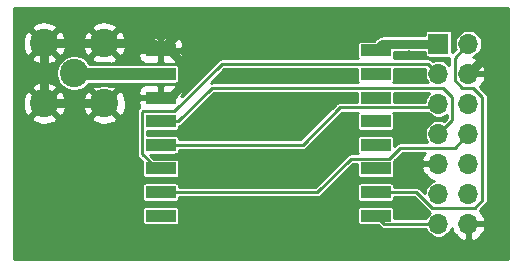
<source format=gbr>
%TF.GenerationSoftware,KiCad,Pcbnew,(5.1.9-0-10_14)*%
%TF.CreationDate,2021-04-20T21:20:53+01:00*%
%TF.ProjectId,pi-hat,70692d68-6174-42e6-9b69-6361645f7063,rev?*%
%TF.SameCoordinates,Original*%
%TF.FileFunction,Copper,L1,Top*%
%TF.FilePolarity,Positive*%
%FSLAX46Y46*%
G04 Gerber Fmt 4.6, Leading zero omitted, Abs format (unit mm)*
G04 Created by KiCad (PCBNEW (5.1.9-0-10_14)) date 2021-04-20 21:20:53*
%MOMM*%
%LPD*%
G01*
G04 APERTURE LIST*
%TA.AperFunction,SMDPad,CuDef*%
%ADD10R,2.500000X1.000000*%
%TD*%
%TA.AperFunction,ComponentPad*%
%ADD11O,1.700000X1.700000*%
%TD*%
%TA.AperFunction,ComponentPad*%
%ADD12R,1.700000X1.700000*%
%TD*%
%TA.AperFunction,ComponentPad*%
%ADD13C,2.400000*%
%TD*%
%TA.AperFunction,ViaPad*%
%ADD14C,0.800000*%
%TD*%
%TA.AperFunction,Conductor*%
%ADD15C,1.000000*%
%TD*%
%TA.AperFunction,Conductor*%
%ADD16C,1.050000*%
%TD*%
%TA.AperFunction,Conductor*%
%ADD17C,0.250000*%
%TD*%
%TA.AperFunction,Conductor*%
%ADD18C,0.750000*%
%TD*%
%TA.AperFunction,Conductor*%
%ADD19C,0.254000*%
%TD*%
%TA.AperFunction,Conductor*%
%ADD20C,0.100000*%
%TD*%
%TA.AperFunction,NonConductor*%
%ADD21C,0.254000*%
%TD*%
%TA.AperFunction,NonConductor*%
%ADD22C,0.100000*%
%TD*%
G04 APERTURE END LIST*
D10*
%TO.P,U1,1*%
%TO.N,Net-(J2-Pad7)*%
X43676200Y-31577800D03*
%TO.P,U1,2*%
%TO.N,Net-(J2-Pad14)*%
X43676200Y-29577800D03*
%TO.P,U1,3*%
%TO.N,Net-(U1-Pad3)*%
X43676200Y-27577800D03*
%TO.P,U1,4*%
%TO.N,Net-(U1-Pad4)*%
X43676200Y-25577800D03*
%TO.P,U1,5*%
%TO.N,Net-(U1-Pad5)*%
X43676200Y-23577800D03*
%TO.P,U1,6*%
%TO.N,Net-(U1-Pad6)*%
X43676200Y-21577800D03*
%TO.P,U1,7*%
%TO.N,Net-(U1-Pad7)*%
X43676200Y-19577800D03*
%TO.P,U1,8*%
%TO.N,Net-(J2-Pad1)*%
X43676200Y-17577800D03*
%TO.P,U1,9*%
%TO.N,GND*%
X25476200Y-17577800D03*
%TO.P,U1,10*%
%TO.N,Net-(J1-Pad1)*%
X25476200Y-19577800D03*
%TO.P,U1,11*%
%TO.N,GND*%
X25476200Y-21577800D03*
%TO.P,U1,12*%
%TO.N,Net-(J2-Pad4)*%
X25476200Y-23577800D03*
%TO.P,U1,13*%
%TO.N,Net-(J2-Pad3)*%
X25476200Y-25577800D03*
%TO.P,U1,14*%
%TO.N,Net-(J2-Pad2)*%
X25476200Y-27577800D03*
%TO.P,U1,15*%
%TO.N,Net-(J2-Pad11)*%
X25476200Y-29577800D03*
%TO.P,U1,16*%
%TO.N,Net-(U1-Pad16)*%
X25476200Y-31577800D03*
%TD*%
D11*
%TO.P,Pi 17-30,8*%
%TO.N,GND*%
X51536600Y-32258000D03*
%TO.P,Pi 17-30,7*%
%TO.N,Net-(J2-Pad7)*%
X48996600Y-32258000D03*
%TO.P,Pi 17-30,9*%
%TO.N,Net-(J2-Pad9)*%
X51536600Y-29718000D03*
%TO.P,Pi 17-30,6*%
%TO.N,Net-(J2-Pad6)*%
X48996600Y-29718000D03*
%TO.P,Pi 17-30,10*%
%TO.N,Net-(J2-Pad10)*%
X51536600Y-27178000D03*
%TO.P,Pi 17-30,5*%
%TO.N,GND*%
X48996600Y-27178000D03*
%TO.P,Pi 17-30,11*%
%TO.N,Net-(J2-Pad11)*%
X51536600Y-24638000D03*
%TO.P,Pi 17-30,4*%
%TO.N,Net-(J2-Pad4)*%
X48996600Y-24638000D03*
%TO.P,Pi 17-30,12*%
%TO.N,Net-(J2-Pad12)*%
X51536600Y-22098000D03*
%TO.P,Pi 17-30,3*%
%TO.N,Net-(J2-Pad3)*%
X48996600Y-22098000D03*
%TO.P,Pi 17-30,13*%
%TO.N,GND*%
X51536600Y-19558000D03*
%TO.P,Pi 17-30,2*%
%TO.N,Net-(J2-Pad2)*%
X48996600Y-19558000D03*
%TO.P,Pi 17-30,14*%
%TO.N,Net-(J2-Pad14)*%
X51536600Y-17018000D03*
D12*
%TO.P,Pi 17-30,1*%
%TO.N,Net-(J2-Pad1)*%
X48996600Y-17018000D03*
%TD*%
D13*
%TO.P,SMA,5*%
%TO.N,GND*%
X20701000Y-22047200D03*
%TO.P,SMA,4*%
X15621000Y-22047200D03*
%TO.P,SMA,3*%
X20701000Y-16967200D03*
%TO.P,SMA,2*%
X15621000Y-16967200D03*
%TO.P,SMA,1*%
%TO.N,Net-(J1-Pad1)*%
X18161000Y-19507200D03*
%TD*%
D14*
%TO.N,GND*%
X31318200Y-27305000D03*
X39100000Y-21851000D03*
X40030400Y-27228800D03*
X40030400Y-17475200D03*
X31292800Y-21666200D03*
X35052000Y-17424400D03*
X15621000Y-19304000D03*
X18161000Y-15265400D03*
X15621000Y-26187400D03*
X20904200Y-26009600D03*
X15671800Y-30530800D03*
X20980400Y-30632400D03*
X37850000Y-19751000D03*
X32639000Y-32893000D03*
X46482000Y-24079200D03*
X46583600Y-19634200D03*
X46456600Y-30937200D03*
X22860000Y-18262600D03*
X22809200Y-20904200D03*
X46550000Y-21601000D03*
X46500000Y-18001000D03*
X46550000Y-27751000D03*
X40300000Y-32851000D03*
X28300000Y-19501000D03*
%TD*%
D15*
%TO.N,Net-(J1-Pad1)*%
X18231600Y-19577800D02*
X18161000Y-19507200D01*
D16*
X25476200Y-19577800D02*
X18231600Y-19577800D01*
D17*
%TO.N,Net-(J2-Pad14)*%
X50361599Y-20122001D02*
X50361599Y-18193001D01*
X50972599Y-20733001D02*
X50361599Y-20122001D01*
X51910603Y-20733001D02*
X50972599Y-20733001D01*
X52711601Y-30282001D02*
X52711601Y-21533999D01*
X48432599Y-30893001D02*
X52100601Y-30893001D01*
X50361599Y-18193001D02*
X51536600Y-17018000D01*
X52100601Y-30893001D02*
X52711601Y-30282001D01*
X47117398Y-29577800D02*
X48432599Y-30893001D01*
X52711601Y-21533999D02*
X51910603Y-20733001D01*
X43676200Y-29577800D02*
X47117398Y-29577800D01*
%TO.N,Net-(J2-Pad11)*%
X38754402Y-29577800D02*
X25476200Y-29577800D01*
X44836203Y-26752799D02*
X41579403Y-26752799D01*
X41579403Y-26752799D02*
X38754402Y-29577800D01*
X45776001Y-25813001D02*
X44836203Y-26752799D01*
X50361599Y-25813001D02*
X45776001Y-25813001D01*
X51536600Y-24638000D02*
X50361599Y-25813001D01*
%TO.N,Net-(J2-Pad7)*%
X44356400Y-32258000D02*
X43676200Y-31577800D01*
X48996600Y-32258000D02*
X44356400Y-32258000D01*
%TO.N,Net-(J2-Pad4)*%
X26976200Y-23577800D02*
X25476200Y-23577800D01*
X29801201Y-20752799D02*
X26976200Y-23577800D01*
X50171601Y-21533999D02*
X49390401Y-20752799D01*
X49390401Y-20752799D02*
X29801201Y-20752799D01*
X50171601Y-23462999D02*
X50171601Y-21533999D01*
X48996600Y-24638000D02*
X50171601Y-23462999D01*
%TO.N,Net-(J2-Pad3)*%
X40671601Y-22402801D02*
X37496602Y-25577800D01*
X37496602Y-25577800D02*
X25476200Y-25577800D01*
X48691799Y-22402801D02*
X40671601Y-22402801D01*
X48996600Y-22098000D02*
X48691799Y-22402801D01*
%TO.N,Net-(J2-Pad2)*%
X23966199Y-22752799D02*
X23901199Y-22817799D01*
X26636203Y-22752799D02*
X23966199Y-22752799D01*
X30681001Y-18708001D02*
X26636203Y-22752799D01*
X25141198Y-27577800D02*
X25476200Y-27577800D01*
X23901199Y-26337801D02*
X25141198Y-27577800D01*
X48146601Y-18708001D02*
X30681001Y-18708001D01*
X23901199Y-22817799D02*
X23901199Y-26337801D01*
X48996600Y-19558000D02*
X48146601Y-18708001D01*
D18*
%TO.N,Net-(J2-Pad1)*%
X44236000Y-17018000D02*
X43676200Y-17577800D01*
X48996600Y-17018000D02*
X44236000Y-17018000D01*
%TO.N,GND*%
X24865600Y-16967200D02*
X25476200Y-17577800D01*
X20701000Y-16967200D02*
X24865600Y-16967200D01*
X20701000Y-16967200D02*
X15621000Y-16967200D01*
X15621000Y-16967200D02*
X15621000Y-19304000D01*
X15621000Y-22047200D02*
X20701000Y-22047200D01*
X20701000Y-22047200D02*
X20701000Y-22352000D01*
X27301201Y-20537801D02*
X27301201Y-18617799D01*
X26261202Y-17577800D02*
X25476200Y-17577800D01*
X27301201Y-18617799D02*
X26261202Y-17577800D01*
X26261202Y-21577800D02*
X27301201Y-20537801D01*
X25476200Y-21577800D02*
X26261202Y-21577800D01*
X15621000Y-19304000D02*
X15621000Y-22047200D01*
X27461001Y-15592999D02*
X25476200Y-17577800D01*
X52220601Y-15592999D02*
X27461001Y-15592999D01*
X52961601Y-16333999D02*
X52220601Y-15592999D01*
X52961601Y-18132999D02*
X52961601Y-16333999D01*
X51536600Y-19558000D02*
X52961601Y-18132999D01*
%TD*%
D19*
%TO.N,GND*%
X54842601Y-35259200D02*
X13051600Y-35259200D01*
X13051600Y-31077800D01*
X23897618Y-31077800D01*
X23897618Y-32077800D01*
X23903932Y-32141903D01*
X23922630Y-32203543D01*
X23952994Y-32260350D01*
X23993857Y-32310143D01*
X24043650Y-32351006D01*
X24100457Y-32381370D01*
X24162097Y-32400068D01*
X24226200Y-32406382D01*
X26726200Y-32406382D01*
X26790303Y-32400068D01*
X26851943Y-32381370D01*
X26908750Y-32351006D01*
X26958543Y-32310143D01*
X26999406Y-32260350D01*
X27029770Y-32203543D01*
X27048468Y-32141903D01*
X27054782Y-32077800D01*
X27054782Y-31077800D01*
X27048468Y-31013697D01*
X27029770Y-30952057D01*
X26999406Y-30895250D01*
X26958543Y-30845457D01*
X26908750Y-30804594D01*
X26851943Y-30774230D01*
X26790303Y-30755532D01*
X26726200Y-30749218D01*
X24226200Y-30749218D01*
X24162097Y-30755532D01*
X24100457Y-30774230D01*
X24043650Y-30804594D01*
X23993857Y-30845457D01*
X23952994Y-30895250D01*
X23922630Y-30952057D01*
X23903932Y-31013697D01*
X23897618Y-31077800D01*
X13051600Y-31077800D01*
X13051600Y-23325180D01*
X14522626Y-23325180D01*
X14642514Y-23610036D01*
X14966210Y-23770899D01*
X15315069Y-23865522D01*
X15675684Y-23890267D01*
X16034198Y-23844185D01*
X16376833Y-23729046D01*
X16599486Y-23610036D01*
X16719374Y-23325180D01*
X19602626Y-23325180D01*
X19722514Y-23610036D01*
X20046210Y-23770899D01*
X20395069Y-23865522D01*
X20755684Y-23890267D01*
X21114198Y-23844185D01*
X21456833Y-23729046D01*
X21679486Y-23610036D01*
X21799374Y-23325180D01*
X20701000Y-22226805D01*
X19602626Y-23325180D01*
X16719374Y-23325180D01*
X15621000Y-22226805D01*
X14522626Y-23325180D01*
X13051600Y-23325180D01*
X13051600Y-22101884D01*
X13777933Y-22101884D01*
X13824015Y-22460398D01*
X13939154Y-22803033D01*
X14058164Y-23025686D01*
X14343020Y-23145574D01*
X15441395Y-22047200D01*
X15800605Y-22047200D01*
X16898980Y-23145574D01*
X17183836Y-23025686D01*
X17344699Y-22701990D01*
X17439322Y-22353131D01*
X17456562Y-22101884D01*
X18857933Y-22101884D01*
X18904015Y-22460398D01*
X19019154Y-22803033D01*
X19138164Y-23025686D01*
X19423020Y-23145574D01*
X20521395Y-22047200D01*
X20880605Y-22047200D01*
X21978980Y-23145574D01*
X22263836Y-23025686D01*
X22367146Y-22817799D01*
X23447012Y-22817799D01*
X23449199Y-22840004D01*
X23449200Y-26315586D01*
X23447012Y-26337801D01*
X23455739Y-26426408D01*
X23481585Y-26511610D01*
X23481586Y-26511611D01*
X23523557Y-26590134D01*
X23580041Y-26658960D01*
X23597295Y-26673120D01*
X23911831Y-26987657D01*
X23903932Y-27013697D01*
X23897618Y-27077800D01*
X23897618Y-28077800D01*
X23903932Y-28141903D01*
X23922630Y-28203543D01*
X23952994Y-28260350D01*
X23993857Y-28310143D01*
X24043650Y-28351006D01*
X24100457Y-28381370D01*
X24162097Y-28400068D01*
X24226200Y-28406382D01*
X26726200Y-28406382D01*
X26790303Y-28400068D01*
X26851943Y-28381370D01*
X26908750Y-28351006D01*
X26958543Y-28310143D01*
X26999406Y-28260350D01*
X27029770Y-28203543D01*
X27048468Y-28141903D01*
X27054782Y-28077800D01*
X27054782Y-27077800D01*
X27048468Y-27013697D01*
X27029770Y-26952057D01*
X26999406Y-26895250D01*
X26958543Y-26845457D01*
X26908750Y-26804594D01*
X26851943Y-26774230D01*
X26790303Y-26755532D01*
X26726200Y-26749218D01*
X24951840Y-26749218D01*
X24609004Y-26406382D01*
X26726200Y-26406382D01*
X26790303Y-26400068D01*
X26851943Y-26381370D01*
X26908750Y-26351006D01*
X26958543Y-26310143D01*
X26999406Y-26260350D01*
X27029770Y-26203543D01*
X27048468Y-26141903D01*
X27054782Y-26077800D01*
X27054782Y-26029800D01*
X37474397Y-26029800D01*
X37496602Y-26031987D01*
X37518807Y-26029800D01*
X37585209Y-26023260D01*
X37670412Y-25997414D01*
X37748935Y-25955443D01*
X37817761Y-25898959D01*
X37831925Y-25881700D01*
X40858825Y-22854801D01*
X42186189Y-22854801D01*
X42152994Y-22895250D01*
X42122630Y-22952057D01*
X42103932Y-23013697D01*
X42097618Y-23077800D01*
X42097618Y-24077800D01*
X42103932Y-24141903D01*
X42122630Y-24203543D01*
X42152994Y-24260350D01*
X42193857Y-24310143D01*
X42243650Y-24351006D01*
X42300457Y-24381370D01*
X42362097Y-24400068D01*
X42426200Y-24406382D01*
X44926200Y-24406382D01*
X44990303Y-24400068D01*
X45051943Y-24381370D01*
X45108750Y-24351006D01*
X45158543Y-24310143D01*
X45199406Y-24260350D01*
X45229770Y-24203543D01*
X45248468Y-24141903D01*
X45254782Y-24077800D01*
X45254782Y-23077800D01*
X45248468Y-23013697D01*
X45229770Y-22952057D01*
X45199406Y-22895250D01*
X45166211Y-22854801D01*
X48088871Y-22854801D01*
X48246306Y-23012236D01*
X48439081Y-23141044D01*
X48653282Y-23229769D01*
X48880676Y-23275000D01*
X49112524Y-23275000D01*
X49339918Y-23229769D01*
X49554119Y-23141044D01*
X49719601Y-23030472D01*
X49719601Y-23275774D01*
X49445437Y-23549939D01*
X49339918Y-23506231D01*
X49112524Y-23461000D01*
X48880676Y-23461000D01*
X48653282Y-23506231D01*
X48439081Y-23594956D01*
X48246306Y-23723764D01*
X48082364Y-23887706D01*
X47953556Y-24080481D01*
X47864831Y-24294682D01*
X47819600Y-24522076D01*
X47819600Y-24753924D01*
X47864831Y-24981318D01*
X47953556Y-25195519D01*
X48064127Y-25361001D01*
X45798205Y-25361001D01*
X45776000Y-25358814D01*
X45687393Y-25367541D01*
X45618980Y-25388294D01*
X45602191Y-25393387D01*
X45523668Y-25435358D01*
X45454842Y-25491842D01*
X45440686Y-25509091D01*
X45254782Y-25694995D01*
X45254782Y-25077800D01*
X45248468Y-25013697D01*
X45229770Y-24952057D01*
X45199406Y-24895250D01*
X45158543Y-24845457D01*
X45108750Y-24804594D01*
X45051943Y-24774230D01*
X44990303Y-24755532D01*
X44926200Y-24749218D01*
X42426200Y-24749218D01*
X42362097Y-24755532D01*
X42300457Y-24774230D01*
X42243650Y-24804594D01*
X42193857Y-24845457D01*
X42152994Y-24895250D01*
X42122630Y-24952057D01*
X42103932Y-25013697D01*
X42097618Y-25077800D01*
X42097618Y-26077800D01*
X42103932Y-26141903D01*
X42122630Y-26203543D01*
X42152994Y-26260350D01*
X42186189Y-26300799D01*
X41601608Y-26300799D01*
X41579403Y-26298612D01*
X41490795Y-26307339D01*
X41481552Y-26310143D01*
X41405593Y-26333185D01*
X41327070Y-26375156D01*
X41258244Y-26431640D01*
X41244084Y-26448894D01*
X38567179Y-29125800D01*
X27054782Y-29125800D01*
X27054782Y-29077800D01*
X27048468Y-29013697D01*
X27029770Y-28952057D01*
X26999406Y-28895250D01*
X26958543Y-28845457D01*
X26908750Y-28804594D01*
X26851943Y-28774230D01*
X26790303Y-28755532D01*
X26726200Y-28749218D01*
X24226200Y-28749218D01*
X24162097Y-28755532D01*
X24100457Y-28774230D01*
X24043650Y-28804594D01*
X23993857Y-28845457D01*
X23952994Y-28895250D01*
X23922630Y-28952057D01*
X23903932Y-29013697D01*
X23897618Y-29077800D01*
X23897618Y-30077800D01*
X23903932Y-30141903D01*
X23922630Y-30203543D01*
X23952994Y-30260350D01*
X23993857Y-30310143D01*
X24043650Y-30351006D01*
X24100457Y-30381370D01*
X24162097Y-30400068D01*
X24226200Y-30406382D01*
X26726200Y-30406382D01*
X26790303Y-30400068D01*
X26851943Y-30381370D01*
X26908750Y-30351006D01*
X26958543Y-30310143D01*
X26999406Y-30260350D01*
X27029770Y-30203543D01*
X27048468Y-30141903D01*
X27054782Y-30077800D01*
X27054782Y-30029800D01*
X38732197Y-30029800D01*
X38754402Y-30031987D01*
X38776607Y-30029800D01*
X38843009Y-30023260D01*
X38928212Y-29997414D01*
X39006735Y-29955443D01*
X39075561Y-29898959D01*
X39089725Y-29881700D01*
X41766627Y-27204799D01*
X42097618Y-27204799D01*
X42097618Y-28077800D01*
X42103932Y-28141903D01*
X42122630Y-28203543D01*
X42152994Y-28260350D01*
X42193857Y-28310143D01*
X42243650Y-28351006D01*
X42300457Y-28381370D01*
X42362097Y-28400068D01*
X42426200Y-28406382D01*
X44926200Y-28406382D01*
X44990303Y-28400068D01*
X45051943Y-28381370D01*
X45108750Y-28351006D01*
X45158543Y-28310143D01*
X45199406Y-28260350D01*
X45229770Y-28203543D01*
X45248468Y-28141903D01*
X45254782Y-28077800D01*
X45254782Y-27077800D01*
X45248468Y-27013697D01*
X45240569Y-26987656D01*
X45963226Y-26265001D01*
X47833918Y-26265001D01*
X47724959Y-26411080D01*
X47599775Y-26673901D01*
X47555124Y-26821110D01*
X47676445Y-27051000D01*
X48869600Y-27051000D01*
X48869600Y-27031000D01*
X49123600Y-27031000D01*
X49123600Y-27051000D01*
X49143600Y-27051000D01*
X49143600Y-27305000D01*
X49123600Y-27305000D01*
X49123600Y-27325000D01*
X48869600Y-27325000D01*
X48869600Y-27305000D01*
X47676445Y-27305000D01*
X47555124Y-27534890D01*
X47599775Y-27682099D01*
X47724959Y-27944920D01*
X47899012Y-28178269D01*
X48115245Y-28373178D01*
X48365348Y-28522157D01*
X48603779Y-28606736D01*
X48439081Y-28674956D01*
X48246306Y-28803764D01*
X48082364Y-28967706D01*
X47953556Y-29160481D01*
X47864831Y-29374682D01*
X47819600Y-29602076D01*
X47819600Y-29640778D01*
X47452721Y-29273900D01*
X47438557Y-29256641D01*
X47369731Y-29200157D01*
X47291208Y-29158186D01*
X47206005Y-29132340D01*
X47139603Y-29125800D01*
X47117398Y-29123613D01*
X47095193Y-29125800D01*
X45254782Y-29125800D01*
X45254782Y-29077800D01*
X45248468Y-29013697D01*
X45229770Y-28952057D01*
X45199406Y-28895250D01*
X45158543Y-28845457D01*
X45108750Y-28804594D01*
X45051943Y-28774230D01*
X44990303Y-28755532D01*
X44926200Y-28749218D01*
X42426200Y-28749218D01*
X42362097Y-28755532D01*
X42300457Y-28774230D01*
X42243650Y-28804594D01*
X42193857Y-28845457D01*
X42152994Y-28895250D01*
X42122630Y-28952057D01*
X42103932Y-29013697D01*
X42097618Y-29077800D01*
X42097618Y-30077800D01*
X42103932Y-30141903D01*
X42122630Y-30203543D01*
X42152994Y-30260350D01*
X42193857Y-30310143D01*
X42243650Y-30351006D01*
X42300457Y-30381370D01*
X42362097Y-30400068D01*
X42426200Y-30406382D01*
X44926200Y-30406382D01*
X44990303Y-30400068D01*
X45051943Y-30381370D01*
X45108750Y-30351006D01*
X45158543Y-30310143D01*
X45199406Y-30260350D01*
X45229770Y-30203543D01*
X45248468Y-30141903D01*
X45254782Y-30077800D01*
X45254782Y-30029800D01*
X46930175Y-30029800D01*
X48097284Y-31196911D01*
X48111440Y-31214160D01*
X48180266Y-31270644D01*
X48258789Y-31312615D01*
X48282266Y-31319737D01*
X48246306Y-31343764D01*
X48082364Y-31507706D01*
X47953556Y-31700481D01*
X47909849Y-31806000D01*
X45254782Y-31806000D01*
X45254782Y-31077800D01*
X45248468Y-31013697D01*
X45229770Y-30952057D01*
X45199406Y-30895250D01*
X45158543Y-30845457D01*
X45108750Y-30804594D01*
X45051943Y-30774230D01*
X44990303Y-30755532D01*
X44926200Y-30749218D01*
X42426200Y-30749218D01*
X42362097Y-30755532D01*
X42300457Y-30774230D01*
X42243650Y-30804594D01*
X42193857Y-30845457D01*
X42152994Y-30895250D01*
X42122630Y-30952057D01*
X42103932Y-31013697D01*
X42097618Y-31077800D01*
X42097618Y-32077800D01*
X42103932Y-32141903D01*
X42122630Y-32203543D01*
X42152994Y-32260350D01*
X42193857Y-32310143D01*
X42243650Y-32351006D01*
X42300457Y-32381370D01*
X42362097Y-32400068D01*
X42426200Y-32406382D01*
X43865558Y-32406382D01*
X44021085Y-32561910D01*
X44035241Y-32579159D01*
X44104067Y-32635643D01*
X44182590Y-32677614D01*
X44267792Y-32703460D01*
X44356399Y-32712187D01*
X44378604Y-32710000D01*
X47909849Y-32710000D01*
X47953556Y-32815519D01*
X48082364Y-33008294D01*
X48246306Y-33172236D01*
X48439081Y-33301044D01*
X48653282Y-33389769D01*
X48880676Y-33435000D01*
X49112524Y-33435000D01*
X49339918Y-33389769D01*
X49554119Y-33301044D01*
X49746894Y-33172236D01*
X49910836Y-33008294D01*
X50039644Y-32815519D01*
X50106801Y-32653388D01*
X50139775Y-32762099D01*
X50264959Y-33024920D01*
X50439012Y-33258269D01*
X50655245Y-33453178D01*
X50905348Y-33602157D01*
X51179709Y-33699481D01*
X51409600Y-33578814D01*
X51409600Y-32385000D01*
X51663600Y-32385000D01*
X51663600Y-33578814D01*
X51893491Y-33699481D01*
X52167852Y-33602157D01*
X52417955Y-33453178D01*
X52634188Y-33258269D01*
X52808241Y-33024920D01*
X52933425Y-32762099D01*
X52978076Y-32614890D01*
X52856755Y-32385000D01*
X51663600Y-32385000D01*
X51409600Y-32385000D01*
X51389600Y-32385000D01*
X51389600Y-32131000D01*
X51409600Y-32131000D01*
X51409600Y-32111000D01*
X51663600Y-32111000D01*
X51663600Y-32131000D01*
X52856755Y-32131000D01*
X52978076Y-31901110D01*
X52933425Y-31753901D01*
X52808241Y-31491080D01*
X52634188Y-31257731D01*
X52497922Y-31134903D01*
X53015512Y-30617315D01*
X53032760Y-30603160D01*
X53089244Y-30534334D01*
X53131215Y-30455811D01*
X53157061Y-30370608D01*
X53163601Y-30304206D01*
X53163601Y-30304205D01*
X53165788Y-30282002D01*
X53163601Y-30259799D01*
X53163601Y-21556203D01*
X53165788Y-21533998D01*
X53157061Y-21445391D01*
X53140989Y-21392410D01*
X53131215Y-21360189D01*
X53089244Y-21281666D01*
X53032760Y-21212840D01*
X53015511Y-21198684D01*
X52497922Y-20681097D01*
X52634188Y-20558269D01*
X52808241Y-20324920D01*
X52933425Y-20062099D01*
X52978076Y-19914890D01*
X52856755Y-19685000D01*
X51663600Y-19685000D01*
X51663600Y-19705000D01*
X51409600Y-19705000D01*
X51409600Y-19685000D01*
X51389600Y-19685000D01*
X51389600Y-19431000D01*
X51409600Y-19431000D01*
X51409600Y-19411000D01*
X51663600Y-19411000D01*
X51663600Y-19431000D01*
X52856755Y-19431000D01*
X52978076Y-19201110D01*
X52933425Y-19053901D01*
X52808241Y-18791080D01*
X52634188Y-18557731D01*
X52417955Y-18362822D01*
X52167852Y-18213843D01*
X51929421Y-18129264D01*
X52094119Y-18061044D01*
X52286894Y-17932236D01*
X52450836Y-17768294D01*
X52579644Y-17575519D01*
X52668369Y-17361318D01*
X52713600Y-17133924D01*
X52713600Y-16902076D01*
X52668369Y-16674682D01*
X52579644Y-16460481D01*
X52450836Y-16267706D01*
X52286894Y-16103764D01*
X52094119Y-15974956D01*
X51879918Y-15886231D01*
X51652524Y-15841000D01*
X51420676Y-15841000D01*
X51193282Y-15886231D01*
X50979081Y-15974956D01*
X50786306Y-16103764D01*
X50622364Y-16267706D01*
X50493556Y-16460481D01*
X50404831Y-16674682D01*
X50359600Y-16902076D01*
X50359600Y-17133924D01*
X50404831Y-17361318D01*
X50448539Y-17466838D01*
X50175182Y-17740195D01*
X50175182Y-16168000D01*
X50168868Y-16103897D01*
X50150170Y-16042257D01*
X50119806Y-15985450D01*
X50078943Y-15935657D01*
X50029150Y-15894794D01*
X49972343Y-15864430D01*
X49910703Y-15845732D01*
X49846600Y-15839418D01*
X48146600Y-15839418D01*
X48082497Y-15845732D01*
X48020857Y-15864430D01*
X47964050Y-15894794D01*
X47914257Y-15935657D01*
X47873394Y-15985450D01*
X47843030Y-16042257D01*
X47824332Y-16103897D01*
X47818018Y-16168000D01*
X47818018Y-16316000D01*
X44270470Y-16316000D01*
X44236000Y-16312605D01*
X44201530Y-16316000D01*
X44201520Y-16316000D01*
X44098384Y-16326158D01*
X43966057Y-16366299D01*
X43844103Y-16431485D01*
X43763992Y-16497230D01*
X43763989Y-16497233D01*
X43737210Y-16519210D01*
X43715233Y-16545989D01*
X43512004Y-16749218D01*
X42426200Y-16749218D01*
X42362097Y-16755532D01*
X42300457Y-16774230D01*
X42243650Y-16804594D01*
X42193857Y-16845457D01*
X42152994Y-16895250D01*
X42122630Y-16952057D01*
X42103932Y-17013697D01*
X42097618Y-17077800D01*
X42097618Y-18077800D01*
X42103932Y-18141903D01*
X42122630Y-18203543D01*
X42150669Y-18256001D01*
X30703205Y-18256001D01*
X30681000Y-18253814D01*
X30592393Y-18262541D01*
X30568988Y-18269641D01*
X30507191Y-18288387D01*
X30428668Y-18330358D01*
X30359842Y-18386842D01*
X30345687Y-18404090D01*
X27298981Y-21450798D01*
X27202452Y-21450798D01*
X27361200Y-21292050D01*
X27364272Y-21077800D01*
X27352012Y-20953318D01*
X27315702Y-20833620D01*
X27256737Y-20723306D01*
X27177385Y-20626615D01*
X27080694Y-20547263D01*
X26970380Y-20488298D01*
X26850682Y-20451988D01*
X26726200Y-20439728D01*
X25761950Y-20442800D01*
X25603200Y-20601550D01*
X25603200Y-21450800D01*
X25623200Y-21450800D01*
X25623200Y-21704800D01*
X25603200Y-21704800D01*
X25603200Y-21724800D01*
X25349200Y-21724800D01*
X25349200Y-21704800D01*
X23749950Y-21704800D01*
X23591200Y-21863550D01*
X23588128Y-22077800D01*
X23600388Y-22202282D01*
X23636698Y-22321980D01*
X23679984Y-22402962D01*
X23645040Y-22431640D01*
X23630876Y-22448899D01*
X23597299Y-22482476D01*
X23580040Y-22496640D01*
X23523556Y-22565467D01*
X23516328Y-22578990D01*
X23481585Y-22643990D01*
X23455739Y-22729192D01*
X23447012Y-22817799D01*
X22367146Y-22817799D01*
X22424699Y-22701990D01*
X22519322Y-22353131D01*
X22544067Y-21992516D01*
X22497985Y-21634002D01*
X22382846Y-21291367D01*
X22268693Y-21077800D01*
X23588128Y-21077800D01*
X23591200Y-21292050D01*
X23749950Y-21450800D01*
X25349200Y-21450800D01*
X25349200Y-20601550D01*
X25190450Y-20442800D01*
X24226200Y-20439728D01*
X24101718Y-20451988D01*
X23982020Y-20488298D01*
X23871706Y-20547263D01*
X23775015Y-20626615D01*
X23695663Y-20723306D01*
X23636698Y-20833620D01*
X23600388Y-20953318D01*
X23588128Y-21077800D01*
X22268693Y-21077800D01*
X22263836Y-21068714D01*
X21978980Y-20948826D01*
X20880605Y-22047200D01*
X20521395Y-22047200D01*
X19423020Y-20948826D01*
X19138164Y-21068714D01*
X18977301Y-21392410D01*
X18882678Y-21741269D01*
X18857933Y-22101884D01*
X17456562Y-22101884D01*
X17464067Y-21992516D01*
X17417985Y-21634002D01*
X17302846Y-21291367D01*
X17183836Y-21068714D01*
X16898980Y-20948826D01*
X15800605Y-22047200D01*
X15441395Y-22047200D01*
X14343020Y-20948826D01*
X14058164Y-21068714D01*
X13897301Y-21392410D01*
X13802678Y-21741269D01*
X13777933Y-22101884D01*
X13051600Y-22101884D01*
X13051600Y-20769220D01*
X14522626Y-20769220D01*
X15621000Y-21867595D01*
X16719374Y-20769220D01*
X16599486Y-20484364D01*
X16275790Y-20323501D01*
X15926931Y-20228878D01*
X15566316Y-20204133D01*
X15207802Y-20250215D01*
X14865167Y-20365354D01*
X14642514Y-20484364D01*
X14522626Y-20769220D01*
X13051600Y-20769220D01*
X13051600Y-19356804D01*
X16634000Y-19356804D01*
X16634000Y-19657596D01*
X16692681Y-19952610D01*
X16807790Y-20230506D01*
X16974901Y-20480606D01*
X17187594Y-20693299D01*
X17437694Y-20860410D01*
X17715590Y-20975519D01*
X18010604Y-21034200D01*
X18311396Y-21034200D01*
X18606410Y-20975519D01*
X18884306Y-20860410D01*
X19134406Y-20693299D01*
X19347099Y-20480606D01*
X19381046Y-20429800D01*
X19824596Y-20429800D01*
X19722514Y-20484364D01*
X19602626Y-20769220D01*
X20701000Y-21867595D01*
X21799374Y-20769220D01*
X21679486Y-20484364D01*
X21569690Y-20429800D01*
X25518052Y-20429800D01*
X25643221Y-20417472D01*
X25679780Y-20406382D01*
X26726200Y-20406382D01*
X26790303Y-20400068D01*
X26851943Y-20381370D01*
X26908750Y-20351006D01*
X26958543Y-20310143D01*
X26999406Y-20260350D01*
X27029770Y-20203543D01*
X27048468Y-20141903D01*
X27054782Y-20077800D01*
X27054782Y-19077800D01*
X27048468Y-19013697D01*
X27029770Y-18952057D01*
X26999406Y-18895250D01*
X26958543Y-18845457D01*
X26908750Y-18804594D01*
X26851943Y-18774230D01*
X26790303Y-18755532D01*
X26726200Y-18749218D01*
X25679780Y-18749218D01*
X25643221Y-18738128D01*
X25518052Y-18725800D01*
X21228426Y-18725800D01*
X21456833Y-18649046D01*
X21679486Y-18530036D01*
X21799374Y-18245180D01*
X21631995Y-18077800D01*
X23588128Y-18077800D01*
X23600388Y-18202282D01*
X23636698Y-18321980D01*
X23695663Y-18432294D01*
X23775015Y-18528985D01*
X23871706Y-18608337D01*
X23982020Y-18667302D01*
X24101718Y-18703612D01*
X24226200Y-18715872D01*
X25190450Y-18712800D01*
X25349200Y-18554050D01*
X25349200Y-17704800D01*
X25603200Y-17704800D01*
X25603200Y-18554050D01*
X25761950Y-18712800D01*
X26726200Y-18715872D01*
X26850682Y-18703612D01*
X26970380Y-18667302D01*
X27080694Y-18608337D01*
X27177385Y-18528985D01*
X27256737Y-18432294D01*
X27315702Y-18321980D01*
X27352012Y-18202282D01*
X27364272Y-18077800D01*
X27361200Y-17863550D01*
X27202450Y-17704800D01*
X25603200Y-17704800D01*
X25349200Y-17704800D01*
X23749950Y-17704800D01*
X23591200Y-17863550D01*
X23588128Y-18077800D01*
X21631995Y-18077800D01*
X20701000Y-17146805D01*
X19602626Y-18245180D01*
X19722514Y-18530036D01*
X20046210Y-18690899D01*
X20174884Y-18725800D01*
X19475393Y-18725800D01*
X19347099Y-18533794D01*
X19134406Y-18321101D01*
X18884306Y-18153990D01*
X18606410Y-18038881D01*
X18311396Y-17980200D01*
X18010604Y-17980200D01*
X17715590Y-18038881D01*
X17437694Y-18153990D01*
X17187594Y-18321101D01*
X16974901Y-18533794D01*
X16807790Y-18783894D01*
X16692681Y-19061790D01*
X16634000Y-19356804D01*
X13051600Y-19356804D01*
X13051600Y-18245180D01*
X14522626Y-18245180D01*
X14642514Y-18530036D01*
X14966210Y-18690899D01*
X15315069Y-18785522D01*
X15675684Y-18810267D01*
X16034198Y-18764185D01*
X16376833Y-18649046D01*
X16599486Y-18530036D01*
X16719374Y-18245180D01*
X15621000Y-17146805D01*
X14522626Y-18245180D01*
X13051600Y-18245180D01*
X13051600Y-17021884D01*
X13777933Y-17021884D01*
X13824015Y-17380398D01*
X13939154Y-17723033D01*
X14058164Y-17945686D01*
X14343020Y-18065574D01*
X15441395Y-16967200D01*
X15800605Y-16967200D01*
X16898980Y-18065574D01*
X17183836Y-17945686D01*
X17344699Y-17621990D01*
X17439322Y-17273131D01*
X17456562Y-17021884D01*
X18857933Y-17021884D01*
X18904015Y-17380398D01*
X19019154Y-17723033D01*
X19138164Y-17945686D01*
X19423020Y-18065574D01*
X20521395Y-16967200D01*
X20880605Y-16967200D01*
X21978980Y-18065574D01*
X22263836Y-17945686D01*
X22424699Y-17621990D01*
X22519322Y-17273131D01*
X22532725Y-17077800D01*
X23588128Y-17077800D01*
X23591200Y-17292050D01*
X23749950Y-17450800D01*
X25349200Y-17450800D01*
X25349200Y-16601550D01*
X25603200Y-16601550D01*
X25603200Y-17450800D01*
X27202450Y-17450800D01*
X27361200Y-17292050D01*
X27364272Y-17077800D01*
X27352012Y-16953318D01*
X27315702Y-16833620D01*
X27256737Y-16723306D01*
X27177385Y-16626615D01*
X27080694Y-16547263D01*
X26970380Y-16488298D01*
X26850682Y-16451988D01*
X26726200Y-16439728D01*
X25761950Y-16442800D01*
X25603200Y-16601550D01*
X25349200Y-16601550D01*
X25190450Y-16442800D01*
X24226200Y-16439728D01*
X24101718Y-16451988D01*
X23982020Y-16488298D01*
X23871706Y-16547263D01*
X23775015Y-16626615D01*
X23695663Y-16723306D01*
X23636698Y-16833620D01*
X23600388Y-16953318D01*
X23588128Y-17077800D01*
X22532725Y-17077800D01*
X22544067Y-16912516D01*
X22497985Y-16554002D01*
X22382846Y-16211367D01*
X22263836Y-15988714D01*
X21978980Y-15868826D01*
X20880605Y-16967200D01*
X20521395Y-16967200D01*
X19423020Y-15868826D01*
X19138164Y-15988714D01*
X18977301Y-16312410D01*
X18882678Y-16661269D01*
X18857933Y-17021884D01*
X17456562Y-17021884D01*
X17464067Y-16912516D01*
X17417985Y-16554002D01*
X17302846Y-16211367D01*
X17183836Y-15988714D01*
X16898980Y-15868826D01*
X15800605Y-16967200D01*
X15441395Y-16967200D01*
X14343020Y-15868826D01*
X14058164Y-15988714D01*
X13897301Y-16312410D01*
X13802678Y-16661269D01*
X13777933Y-17021884D01*
X13051600Y-17021884D01*
X13051600Y-15689220D01*
X14522626Y-15689220D01*
X15621000Y-16787595D01*
X16719374Y-15689220D01*
X19602626Y-15689220D01*
X20701000Y-16787595D01*
X21799374Y-15689220D01*
X21679486Y-15404364D01*
X21355790Y-15243501D01*
X21006931Y-15148878D01*
X20646316Y-15124133D01*
X20287802Y-15170215D01*
X19945167Y-15285354D01*
X19722514Y-15404364D01*
X19602626Y-15689220D01*
X16719374Y-15689220D01*
X16599486Y-15404364D01*
X16275790Y-15243501D01*
X15926931Y-15148878D01*
X15566316Y-15124133D01*
X15207802Y-15170215D01*
X14865167Y-15285354D01*
X14642514Y-15404364D01*
X14522626Y-15689220D01*
X13051600Y-15689220D01*
X13051600Y-13966000D01*
X54842600Y-13966000D01*
X54842601Y-35259200D01*
%TA.AperFunction,Conductor*%
D20*
G36*
X54842601Y-35259200D02*
G01*
X13051600Y-35259200D01*
X13051600Y-31077800D01*
X23897618Y-31077800D01*
X23897618Y-32077800D01*
X23903932Y-32141903D01*
X23922630Y-32203543D01*
X23952994Y-32260350D01*
X23993857Y-32310143D01*
X24043650Y-32351006D01*
X24100457Y-32381370D01*
X24162097Y-32400068D01*
X24226200Y-32406382D01*
X26726200Y-32406382D01*
X26790303Y-32400068D01*
X26851943Y-32381370D01*
X26908750Y-32351006D01*
X26958543Y-32310143D01*
X26999406Y-32260350D01*
X27029770Y-32203543D01*
X27048468Y-32141903D01*
X27054782Y-32077800D01*
X27054782Y-31077800D01*
X27048468Y-31013697D01*
X27029770Y-30952057D01*
X26999406Y-30895250D01*
X26958543Y-30845457D01*
X26908750Y-30804594D01*
X26851943Y-30774230D01*
X26790303Y-30755532D01*
X26726200Y-30749218D01*
X24226200Y-30749218D01*
X24162097Y-30755532D01*
X24100457Y-30774230D01*
X24043650Y-30804594D01*
X23993857Y-30845457D01*
X23952994Y-30895250D01*
X23922630Y-30952057D01*
X23903932Y-31013697D01*
X23897618Y-31077800D01*
X13051600Y-31077800D01*
X13051600Y-23325180D01*
X14522626Y-23325180D01*
X14642514Y-23610036D01*
X14966210Y-23770899D01*
X15315069Y-23865522D01*
X15675684Y-23890267D01*
X16034198Y-23844185D01*
X16376833Y-23729046D01*
X16599486Y-23610036D01*
X16719374Y-23325180D01*
X19602626Y-23325180D01*
X19722514Y-23610036D01*
X20046210Y-23770899D01*
X20395069Y-23865522D01*
X20755684Y-23890267D01*
X21114198Y-23844185D01*
X21456833Y-23729046D01*
X21679486Y-23610036D01*
X21799374Y-23325180D01*
X20701000Y-22226805D01*
X19602626Y-23325180D01*
X16719374Y-23325180D01*
X15621000Y-22226805D01*
X14522626Y-23325180D01*
X13051600Y-23325180D01*
X13051600Y-22101884D01*
X13777933Y-22101884D01*
X13824015Y-22460398D01*
X13939154Y-22803033D01*
X14058164Y-23025686D01*
X14343020Y-23145574D01*
X15441395Y-22047200D01*
X15800605Y-22047200D01*
X16898980Y-23145574D01*
X17183836Y-23025686D01*
X17344699Y-22701990D01*
X17439322Y-22353131D01*
X17456562Y-22101884D01*
X18857933Y-22101884D01*
X18904015Y-22460398D01*
X19019154Y-22803033D01*
X19138164Y-23025686D01*
X19423020Y-23145574D01*
X20521395Y-22047200D01*
X20880605Y-22047200D01*
X21978980Y-23145574D01*
X22263836Y-23025686D01*
X22367146Y-22817799D01*
X23447012Y-22817799D01*
X23449199Y-22840004D01*
X23449200Y-26315586D01*
X23447012Y-26337801D01*
X23455739Y-26426408D01*
X23481585Y-26511610D01*
X23481586Y-26511611D01*
X23523557Y-26590134D01*
X23580041Y-26658960D01*
X23597295Y-26673120D01*
X23911831Y-26987657D01*
X23903932Y-27013697D01*
X23897618Y-27077800D01*
X23897618Y-28077800D01*
X23903932Y-28141903D01*
X23922630Y-28203543D01*
X23952994Y-28260350D01*
X23993857Y-28310143D01*
X24043650Y-28351006D01*
X24100457Y-28381370D01*
X24162097Y-28400068D01*
X24226200Y-28406382D01*
X26726200Y-28406382D01*
X26790303Y-28400068D01*
X26851943Y-28381370D01*
X26908750Y-28351006D01*
X26958543Y-28310143D01*
X26999406Y-28260350D01*
X27029770Y-28203543D01*
X27048468Y-28141903D01*
X27054782Y-28077800D01*
X27054782Y-27077800D01*
X27048468Y-27013697D01*
X27029770Y-26952057D01*
X26999406Y-26895250D01*
X26958543Y-26845457D01*
X26908750Y-26804594D01*
X26851943Y-26774230D01*
X26790303Y-26755532D01*
X26726200Y-26749218D01*
X24951840Y-26749218D01*
X24609004Y-26406382D01*
X26726200Y-26406382D01*
X26790303Y-26400068D01*
X26851943Y-26381370D01*
X26908750Y-26351006D01*
X26958543Y-26310143D01*
X26999406Y-26260350D01*
X27029770Y-26203543D01*
X27048468Y-26141903D01*
X27054782Y-26077800D01*
X27054782Y-26029800D01*
X37474397Y-26029800D01*
X37496602Y-26031987D01*
X37518807Y-26029800D01*
X37585209Y-26023260D01*
X37670412Y-25997414D01*
X37748935Y-25955443D01*
X37817761Y-25898959D01*
X37831925Y-25881700D01*
X40858825Y-22854801D01*
X42186189Y-22854801D01*
X42152994Y-22895250D01*
X42122630Y-22952057D01*
X42103932Y-23013697D01*
X42097618Y-23077800D01*
X42097618Y-24077800D01*
X42103932Y-24141903D01*
X42122630Y-24203543D01*
X42152994Y-24260350D01*
X42193857Y-24310143D01*
X42243650Y-24351006D01*
X42300457Y-24381370D01*
X42362097Y-24400068D01*
X42426200Y-24406382D01*
X44926200Y-24406382D01*
X44990303Y-24400068D01*
X45051943Y-24381370D01*
X45108750Y-24351006D01*
X45158543Y-24310143D01*
X45199406Y-24260350D01*
X45229770Y-24203543D01*
X45248468Y-24141903D01*
X45254782Y-24077800D01*
X45254782Y-23077800D01*
X45248468Y-23013697D01*
X45229770Y-22952057D01*
X45199406Y-22895250D01*
X45166211Y-22854801D01*
X48088871Y-22854801D01*
X48246306Y-23012236D01*
X48439081Y-23141044D01*
X48653282Y-23229769D01*
X48880676Y-23275000D01*
X49112524Y-23275000D01*
X49339918Y-23229769D01*
X49554119Y-23141044D01*
X49719601Y-23030472D01*
X49719601Y-23275774D01*
X49445437Y-23549939D01*
X49339918Y-23506231D01*
X49112524Y-23461000D01*
X48880676Y-23461000D01*
X48653282Y-23506231D01*
X48439081Y-23594956D01*
X48246306Y-23723764D01*
X48082364Y-23887706D01*
X47953556Y-24080481D01*
X47864831Y-24294682D01*
X47819600Y-24522076D01*
X47819600Y-24753924D01*
X47864831Y-24981318D01*
X47953556Y-25195519D01*
X48064127Y-25361001D01*
X45798205Y-25361001D01*
X45776000Y-25358814D01*
X45687393Y-25367541D01*
X45618980Y-25388294D01*
X45602191Y-25393387D01*
X45523668Y-25435358D01*
X45454842Y-25491842D01*
X45440686Y-25509091D01*
X45254782Y-25694995D01*
X45254782Y-25077800D01*
X45248468Y-25013697D01*
X45229770Y-24952057D01*
X45199406Y-24895250D01*
X45158543Y-24845457D01*
X45108750Y-24804594D01*
X45051943Y-24774230D01*
X44990303Y-24755532D01*
X44926200Y-24749218D01*
X42426200Y-24749218D01*
X42362097Y-24755532D01*
X42300457Y-24774230D01*
X42243650Y-24804594D01*
X42193857Y-24845457D01*
X42152994Y-24895250D01*
X42122630Y-24952057D01*
X42103932Y-25013697D01*
X42097618Y-25077800D01*
X42097618Y-26077800D01*
X42103932Y-26141903D01*
X42122630Y-26203543D01*
X42152994Y-26260350D01*
X42186189Y-26300799D01*
X41601608Y-26300799D01*
X41579403Y-26298612D01*
X41490795Y-26307339D01*
X41481552Y-26310143D01*
X41405593Y-26333185D01*
X41327070Y-26375156D01*
X41258244Y-26431640D01*
X41244084Y-26448894D01*
X38567179Y-29125800D01*
X27054782Y-29125800D01*
X27054782Y-29077800D01*
X27048468Y-29013697D01*
X27029770Y-28952057D01*
X26999406Y-28895250D01*
X26958543Y-28845457D01*
X26908750Y-28804594D01*
X26851943Y-28774230D01*
X26790303Y-28755532D01*
X26726200Y-28749218D01*
X24226200Y-28749218D01*
X24162097Y-28755532D01*
X24100457Y-28774230D01*
X24043650Y-28804594D01*
X23993857Y-28845457D01*
X23952994Y-28895250D01*
X23922630Y-28952057D01*
X23903932Y-29013697D01*
X23897618Y-29077800D01*
X23897618Y-30077800D01*
X23903932Y-30141903D01*
X23922630Y-30203543D01*
X23952994Y-30260350D01*
X23993857Y-30310143D01*
X24043650Y-30351006D01*
X24100457Y-30381370D01*
X24162097Y-30400068D01*
X24226200Y-30406382D01*
X26726200Y-30406382D01*
X26790303Y-30400068D01*
X26851943Y-30381370D01*
X26908750Y-30351006D01*
X26958543Y-30310143D01*
X26999406Y-30260350D01*
X27029770Y-30203543D01*
X27048468Y-30141903D01*
X27054782Y-30077800D01*
X27054782Y-30029800D01*
X38732197Y-30029800D01*
X38754402Y-30031987D01*
X38776607Y-30029800D01*
X38843009Y-30023260D01*
X38928212Y-29997414D01*
X39006735Y-29955443D01*
X39075561Y-29898959D01*
X39089725Y-29881700D01*
X41766627Y-27204799D01*
X42097618Y-27204799D01*
X42097618Y-28077800D01*
X42103932Y-28141903D01*
X42122630Y-28203543D01*
X42152994Y-28260350D01*
X42193857Y-28310143D01*
X42243650Y-28351006D01*
X42300457Y-28381370D01*
X42362097Y-28400068D01*
X42426200Y-28406382D01*
X44926200Y-28406382D01*
X44990303Y-28400068D01*
X45051943Y-28381370D01*
X45108750Y-28351006D01*
X45158543Y-28310143D01*
X45199406Y-28260350D01*
X45229770Y-28203543D01*
X45248468Y-28141903D01*
X45254782Y-28077800D01*
X45254782Y-27077800D01*
X45248468Y-27013697D01*
X45240569Y-26987656D01*
X45963226Y-26265001D01*
X47833918Y-26265001D01*
X47724959Y-26411080D01*
X47599775Y-26673901D01*
X47555124Y-26821110D01*
X47676445Y-27051000D01*
X48869600Y-27051000D01*
X48869600Y-27031000D01*
X49123600Y-27031000D01*
X49123600Y-27051000D01*
X49143600Y-27051000D01*
X49143600Y-27305000D01*
X49123600Y-27305000D01*
X49123600Y-27325000D01*
X48869600Y-27325000D01*
X48869600Y-27305000D01*
X47676445Y-27305000D01*
X47555124Y-27534890D01*
X47599775Y-27682099D01*
X47724959Y-27944920D01*
X47899012Y-28178269D01*
X48115245Y-28373178D01*
X48365348Y-28522157D01*
X48603779Y-28606736D01*
X48439081Y-28674956D01*
X48246306Y-28803764D01*
X48082364Y-28967706D01*
X47953556Y-29160481D01*
X47864831Y-29374682D01*
X47819600Y-29602076D01*
X47819600Y-29640778D01*
X47452721Y-29273900D01*
X47438557Y-29256641D01*
X47369731Y-29200157D01*
X47291208Y-29158186D01*
X47206005Y-29132340D01*
X47139603Y-29125800D01*
X47117398Y-29123613D01*
X47095193Y-29125800D01*
X45254782Y-29125800D01*
X45254782Y-29077800D01*
X45248468Y-29013697D01*
X45229770Y-28952057D01*
X45199406Y-28895250D01*
X45158543Y-28845457D01*
X45108750Y-28804594D01*
X45051943Y-28774230D01*
X44990303Y-28755532D01*
X44926200Y-28749218D01*
X42426200Y-28749218D01*
X42362097Y-28755532D01*
X42300457Y-28774230D01*
X42243650Y-28804594D01*
X42193857Y-28845457D01*
X42152994Y-28895250D01*
X42122630Y-28952057D01*
X42103932Y-29013697D01*
X42097618Y-29077800D01*
X42097618Y-30077800D01*
X42103932Y-30141903D01*
X42122630Y-30203543D01*
X42152994Y-30260350D01*
X42193857Y-30310143D01*
X42243650Y-30351006D01*
X42300457Y-30381370D01*
X42362097Y-30400068D01*
X42426200Y-30406382D01*
X44926200Y-30406382D01*
X44990303Y-30400068D01*
X45051943Y-30381370D01*
X45108750Y-30351006D01*
X45158543Y-30310143D01*
X45199406Y-30260350D01*
X45229770Y-30203543D01*
X45248468Y-30141903D01*
X45254782Y-30077800D01*
X45254782Y-30029800D01*
X46930175Y-30029800D01*
X48097284Y-31196911D01*
X48111440Y-31214160D01*
X48180266Y-31270644D01*
X48258789Y-31312615D01*
X48282266Y-31319737D01*
X48246306Y-31343764D01*
X48082364Y-31507706D01*
X47953556Y-31700481D01*
X47909849Y-31806000D01*
X45254782Y-31806000D01*
X45254782Y-31077800D01*
X45248468Y-31013697D01*
X45229770Y-30952057D01*
X45199406Y-30895250D01*
X45158543Y-30845457D01*
X45108750Y-30804594D01*
X45051943Y-30774230D01*
X44990303Y-30755532D01*
X44926200Y-30749218D01*
X42426200Y-30749218D01*
X42362097Y-30755532D01*
X42300457Y-30774230D01*
X42243650Y-30804594D01*
X42193857Y-30845457D01*
X42152994Y-30895250D01*
X42122630Y-30952057D01*
X42103932Y-31013697D01*
X42097618Y-31077800D01*
X42097618Y-32077800D01*
X42103932Y-32141903D01*
X42122630Y-32203543D01*
X42152994Y-32260350D01*
X42193857Y-32310143D01*
X42243650Y-32351006D01*
X42300457Y-32381370D01*
X42362097Y-32400068D01*
X42426200Y-32406382D01*
X43865558Y-32406382D01*
X44021085Y-32561910D01*
X44035241Y-32579159D01*
X44104067Y-32635643D01*
X44182590Y-32677614D01*
X44267792Y-32703460D01*
X44356399Y-32712187D01*
X44378604Y-32710000D01*
X47909849Y-32710000D01*
X47953556Y-32815519D01*
X48082364Y-33008294D01*
X48246306Y-33172236D01*
X48439081Y-33301044D01*
X48653282Y-33389769D01*
X48880676Y-33435000D01*
X49112524Y-33435000D01*
X49339918Y-33389769D01*
X49554119Y-33301044D01*
X49746894Y-33172236D01*
X49910836Y-33008294D01*
X50039644Y-32815519D01*
X50106801Y-32653388D01*
X50139775Y-32762099D01*
X50264959Y-33024920D01*
X50439012Y-33258269D01*
X50655245Y-33453178D01*
X50905348Y-33602157D01*
X51179709Y-33699481D01*
X51409600Y-33578814D01*
X51409600Y-32385000D01*
X51663600Y-32385000D01*
X51663600Y-33578814D01*
X51893491Y-33699481D01*
X52167852Y-33602157D01*
X52417955Y-33453178D01*
X52634188Y-33258269D01*
X52808241Y-33024920D01*
X52933425Y-32762099D01*
X52978076Y-32614890D01*
X52856755Y-32385000D01*
X51663600Y-32385000D01*
X51409600Y-32385000D01*
X51389600Y-32385000D01*
X51389600Y-32131000D01*
X51409600Y-32131000D01*
X51409600Y-32111000D01*
X51663600Y-32111000D01*
X51663600Y-32131000D01*
X52856755Y-32131000D01*
X52978076Y-31901110D01*
X52933425Y-31753901D01*
X52808241Y-31491080D01*
X52634188Y-31257731D01*
X52497922Y-31134903D01*
X53015512Y-30617315D01*
X53032760Y-30603160D01*
X53089244Y-30534334D01*
X53131215Y-30455811D01*
X53157061Y-30370608D01*
X53163601Y-30304206D01*
X53163601Y-30304205D01*
X53165788Y-30282002D01*
X53163601Y-30259799D01*
X53163601Y-21556203D01*
X53165788Y-21533998D01*
X53157061Y-21445391D01*
X53140989Y-21392410D01*
X53131215Y-21360189D01*
X53089244Y-21281666D01*
X53032760Y-21212840D01*
X53015511Y-21198684D01*
X52497922Y-20681097D01*
X52634188Y-20558269D01*
X52808241Y-20324920D01*
X52933425Y-20062099D01*
X52978076Y-19914890D01*
X52856755Y-19685000D01*
X51663600Y-19685000D01*
X51663600Y-19705000D01*
X51409600Y-19705000D01*
X51409600Y-19685000D01*
X51389600Y-19685000D01*
X51389600Y-19431000D01*
X51409600Y-19431000D01*
X51409600Y-19411000D01*
X51663600Y-19411000D01*
X51663600Y-19431000D01*
X52856755Y-19431000D01*
X52978076Y-19201110D01*
X52933425Y-19053901D01*
X52808241Y-18791080D01*
X52634188Y-18557731D01*
X52417955Y-18362822D01*
X52167852Y-18213843D01*
X51929421Y-18129264D01*
X52094119Y-18061044D01*
X52286894Y-17932236D01*
X52450836Y-17768294D01*
X52579644Y-17575519D01*
X52668369Y-17361318D01*
X52713600Y-17133924D01*
X52713600Y-16902076D01*
X52668369Y-16674682D01*
X52579644Y-16460481D01*
X52450836Y-16267706D01*
X52286894Y-16103764D01*
X52094119Y-15974956D01*
X51879918Y-15886231D01*
X51652524Y-15841000D01*
X51420676Y-15841000D01*
X51193282Y-15886231D01*
X50979081Y-15974956D01*
X50786306Y-16103764D01*
X50622364Y-16267706D01*
X50493556Y-16460481D01*
X50404831Y-16674682D01*
X50359600Y-16902076D01*
X50359600Y-17133924D01*
X50404831Y-17361318D01*
X50448539Y-17466838D01*
X50175182Y-17740195D01*
X50175182Y-16168000D01*
X50168868Y-16103897D01*
X50150170Y-16042257D01*
X50119806Y-15985450D01*
X50078943Y-15935657D01*
X50029150Y-15894794D01*
X49972343Y-15864430D01*
X49910703Y-15845732D01*
X49846600Y-15839418D01*
X48146600Y-15839418D01*
X48082497Y-15845732D01*
X48020857Y-15864430D01*
X47964050Y-15894794D01*
X47914257Y-15935657D01*
X47873394Y-15985450D01*
X47843030Y-16042257D01*
X47824332Y-16103897D01*
X47818018Y-16168000D01*
X47818018Y-16316000D01*
X44270470Y-16316000D01*
X44236000Y-16312605D01*
X44201530Y-16316000D01*
X44201520Y-16316000D01*
X44098384Y-16326158D01*
X43966057Y-16366299D01*
X43844103Y-16431485D01*
X43763992Y-16497230D01*
X43763989Y-16497233D01*
X43737210Y-16519210D01*
X43715233Y-16545989D01*
X43512004Y-16749218D01*
X42426200Y-16749218D01*
X42362097Y-16755532D01*
X42300457Y-16774230D01*
X42243650Y-16804594D01*
X42193857Y-16845457D01*
X42152994Y-16895250D01*
X42122630Y-16952057D01*
X42103932Y-17013697D01*
X42097618Y-17077800D01*
X42097618Y-18077800D01*
X42103932Y-18141903D01*
X42122630Y-18203543D01*
X42150669Y-18256001D01*
X30703205Y-18256001D01*
X30681000Y-18253814D01*
X30592393Y-18262541D01*
X30568988Y-18269641D01*
X30507191Y-18288387D01*
X30428668Y-18330358D01*
X30359842Y-18386842D01*
X30345687Y-18404090D01*
X27298981Y-21450798D01*
X27202452Y-21450798D01*
X27361200Y-21292050D01*
X27364272Y-21077800D01*
X27352012Y-20953318D01*
X27315702Y-20833620D01*
X27256737Y-20723306D01*
X27177385Y-20626615D01*
X27080694Y-20547263D01*
X26970380Y-20488298D01*
X26850682Y-20451988D01*
X26726200Y-20439728D01*
X25761950Y-20442800D01*
X25603200Y-20601550D01*
X25603200Y-21450800D01*
X25623200Y-21450800D01*
X25623200Y-21704800D01*
X25603200Y-21704800D01*
X25603200Y-21724800D01*
X25349200Y-21724800D01*
X25349200Y-21704800D01*
X23749950Y-21704800D01*
X23591200Y-21863550D01*
X23588128Y-22077800D01*
X23600388Y-22202282D01*
X23636698Y-22321980D01*
X23679984Y-22402962D01*
X23645040Y-22431640D01*
X23630876Y-22448899D01*
X23597299Y-22482476D01*
X23580040Y-22496640D01*
X23523556Y-22565467D01*
X23516328Y-22578990D01*
X23481585Y-22643990D01*
X23455739Y-22729192D01*
X23447012Y-22817799D01*
X22367146Y-22817799D01*
X22424699Y-22701990D01*
X22519322Y-22353131D01*
X22544067Y-21992516D01*
X22497985Y-21634002D01*
X22382846Y-21291367D01*
X22268693Y-21077800D01*
X23588128Y-21077800D01*
X23591200Y-21292050D01*
X23749950Y-21450800D01*
X25349200Y-21450800D01*
X25349200Y-20601550D01*
X25190450Y-20442800D01*
X24226200Y-20439728D01*
X24101718Y-20451988D01*
X23982020Y-20488298D01*
X23871706Y-20547263D01*
X23775015Y-20626615D01*
X23695663Y-20723306D01*
X23636698Y-20833620D01*
X23600388Y-20953318D01*
X23588128Y-21077800D01*
X22268693Y-21077800D01*
X22263836Y-21068714D01*
X21978980Y-20948826D01*
X20880605Y-22047200D01*
X20521395Y-22047200D01*
X19423020Y-20948826D01*
X19138164Y-21068714D01*
X18977301Y-21392410D01*
X18882678Y-21741269D01*
X18857933Y-22101884D01*
X17456562Y-22101884D01*
X17464067Y-21992516D01*
X17417985Y-21634002D01*
X17302846Y-21291367D01*
X17183836Y-21068714D01*
X16898980Y-20948826D01*
X15800605Y-22047200D01*
X15441395Y-22047200D01*
X14343020Y-20948826D01*
X14058164Y-21068714D01*
X13897301Y-21392410D01*
X13802678Y-21741269D01*
X13777933Y-22101884D01*
X13051600Y-22101884D01*
X13051600Y-20769220D01*
X14522626Y-20769220D01*
X15621000Y-21867595D01*
X16719374Y-20769220D01*
X16599486Y-20484364D01*
X16275790Y-20323501D01*
X15926931Y-20228878D01*
X15566316Y-20204133D01*
X15207802Y-20250215D01*
X14865167Y-20365354D01*
X14642514Y-20484364D01*
X14522626Y-20769220D01*
X13051600Y-20769220D01*
X13051600Y-19356804D01*
X16634000Y-19356804D01*
X16634000Y-19657596D01*
X16692681Y-19952610D01*
X16807790Y-20230506D01*
X16974901Y-20480606D01*
X17187594Y-20693299D01*
X17437694Y-20860410D01*
X17715590Y-20975519D01*
X18010604Y-21034200D01*
X18311396Y-21034200D01*
X18606410Y-20975519D01*
X18884306Y-20860410D01*
X19134406Y-20693299D01*
X19347099Y-20480606D01*
X19381046Y-20429800D01*
X19824596Y-20429800D01*
X19722514Y-20484364D01*
X19602626Y-20769220D01*
X20701000Y-21867595D01*
X21799374Y-20769220D01*
X21679486Y-20484364D01*
X21569690Y-20429800D01*
X25518052Y-20429800D01*
X25643221Y-20417472D01*
X25679780Y-20406382D01*
X26726200Y-20406382D01*
X26790303Y-20400068D01*
X26851943Y-20381370D01*
X26908750Y-20351006D01*
X26958543Y-20310143D01*
X26999406Y-20260350D01*
X27029770Y-20203543D01*
X27048468Y-20141903D01*
X27054782Y-20077800D01*
X27054782Y-19077800D01*
X27048468Y-19013697D01*
X27029770Y-18952057D01*
X26999406Y-18895250D01*
X26958543Y-18845457D01*
X26908750Y-18804594D01*
X26851943Y-18774230D01*
X26790303Y-18755532D01*
X26726200Y-18749218D01*
X25679780Y-18749218D01*
X25643221Y-18738128D01*
X25518052Y-18725800D01*
X21228426Y-18725800D01*
X21456833Y-18649046D01*
X21679486Y-18530036D01*
X21799374Y-18245180D01*
X21631995Y-18077800D01*
X23588128Y-18077800D01*
X23600388Y-18202282D01*
X23636698Y-18321980D01*
X23695663Y-18432294D01*
X23775015Y-18528985D01*
X23871706Y-18608337D01*
X23982020Y-18667302D01*
X24101718Y-18703612D01*
X24226200Y-18715872D01*
X25190450Y-18712800D01*
X25349200Y-18554050D01*
X25349200Y-17704800D01*
X25603200Y-17704800D01*
X25603200Y-18554050D01*
X25761950Y-18712800D01*
X26726200Y-18715872D01*
X26850682Y-18703612D01*
X26970380Y-18667302D01*
X27080694Y-18608337D01*
X27177385Y-18528985D01*
X27256737Y-18432294D01*
X27315702Y-18321980D01*
X27352012Y-18202282D01*
X27364272Y-18077800D01*
X27361200Y-17863550D01*
X27202450Y-17704800D01*
X25603200Y-17704800D01*
X25349200Y-17704800D01*
X23749950Y-17704800D01*
X23591200Y-17863550D01*
X23588128Y-18077800D01*
X21631995Y-18077800D01*
X20701000Y-17146805D01*
X19602626Y-18245180D01*
X19722514Y-18530036D01*
X20046210Y-18690899D01*
X20174884Y-18725800D01*
X19475393Y-18725800D01*
X19347099Y-18533794D01*
X19134406Y-18321101D01*
X18884306Y-18153990D01*
X18606410Y-18038881D01*
X18311396Y-17980200D01*
X18010604Y-17980200D01*
X17715590Y-18038881D01*
X17437694Y-18153990D01*
X17187594Y-18321101D01*
X16974901Y-18533794D01*
X16807790Y-18783894D01*
X16692681Y-19061790D01*
X16634000Y-19356804D01*
X13051600Y-19356804D01*
X13051600Y-18245180D01*
X14522626Y-18245180D01*
X14642514Y-18530036D01*
X14966210Y-18690899D01*
X15315069Y-18785522D01*
X15675684Y-18810267D01*
X16034198Y-18764185D01*
X16376833Y-18649046D01*
X16599486Y-18530036D01*
X16719374Y-18245180D01*
X15621000Y-17146805D01*
X14522626Y-18245180D01*
X13051600Y-18245180D01*
X13051600Y-17021884D01*
X13777933Y-17021884D01*
X13824015Y-17380398D01*
X13939154Y-17723033D01*
X14058164Y-17945686D01*
X14343020Y-18065574D01*
X15441395Y-16967200D01*
X15800605Y-16967200D01*
X16898980Y-18065574D01*
X17183836Y-17945686D01*
X17344699Y-17621990D01*
X17439322Y-17273131D01*
X17456562Y-17021884D01*
X18857933Y-17021884D01*
X18904015Y-17380398D01*
X19019154Y-17723033D01*
X19138164Y-17945686D01*
X19423020Y-18065574D01*
X20521395Y-16967200D01*
X20880605Y-16967200D01*
X21978980Y-18065574D01*
X22263836Y-17945686D01*
X22424699Y-17621990D01*
X22519322Y-17273131D01*
X22532725Y-17077800D01*
X23588128Y-17077800D01*
X23591200Y-17292050D01*
X23749950Y-17450800D01*
X25349200Y-17450800D01*
X25349200Y-16601550D01*
X25603200Y-16601550D01*
X25603200Y-17450800D01*
X27202450Y-17450800D01*
X27361200Y-17292050D01*
X27364272Y-17077800D01*
X27352012Y-16953318D01*
X27315702Y-16833620D01*
X27256737Y-16723306D01*
X27177385Y-16626615D01*
X27080694Y-16547263D01*
X26970380Y-16488298D01*
X26850682Y-16451988D01*
X26726200Y-16439728D01*
X25761950Y-16442800D01*
X25603200Y-16601550D01*
X25349200Y-16601550D01*
X25190450Y-16442800D01*
X24226200Y-16439728D01*
X24101718Y-16451988D01*
X23982020Y-16488298D01*
X23871706Y-16547263D01*
X23775015Y-16626615D01*
X23695663Y-16723306D01*
X23636698Y-16833620D01*
X23600388Y-16953318D01*
X23588128Y-17077800D01*
X22532725Y-17077800D01*
X22544067Y-16912516D01*
X22497985Y-16554002D01*
X22382846Y-16211367D01*
X22263836Y-15988714D01*
X21978980Y-15868826D01*
X20880605Y-16967200D01*
X20521395Y-16967200D01*
X19423020Y-15868826D01*
X19138164Y-15988714D01*
X18977301Y-16312410D01*
X18882678Y-16661269D01*
X18857933Y-17021884D01*
X17456562Y-17021884D01*
X17464067Y-16912516D01*
X17417985Y-16554002D01*
X17302846Y-16211367D01*
X17183836Y-15988714D01*
X16898980Y-15868826D01*
X15800605Y-16967200D01*
X15441395Y-16967200D01*
X14343020Y-15868826D01*
X14058164Y-15988714D01*
X13897301Y-16312410D01*
X13802678Y-16661269D01*
X13777933Y-17021884D01*
X13051600Y-17021884D01*
X13051600Y-15689220D01*
X14522626Y-15689220D01*
X15621000Y-16787595D01*
X16719374Y-15689220D01*
X19602626Y-15689220D01*
X20701000Y-16787595D01*
X21799374Y-15689220D01*
X21679486Y-15404364D01*
X21355790Y-15243501D01*
X21006931Y-15148878D01*
X20646316Y-15124133D01*
X20287802Y-15170215D01*
X19945167Y-15285354D01*
X19722514Y-15404364D01*
X19602626Y-15689220D01*
X16719374Y-15689220D01*
X16599486Y-15404364D01*
X16275790Y-15243501D01*
X15926931Y-15148878D01*
X15566316Y-15124133D01*
X15207802Y-15170215D01*
X14865167Y-15285354D01*
X14642514Y-15404364D01*
X14522626Y-15689220D01*
X13051600Y-15689220D01*
X13051600Y-13966000D01*
X54842600Y-13966000D01*
X54842601Y-35259200D01*
G37*
%TD.AperFunction*%
D19*
X42097618Y-21950801D02*
X40693806Y-21950801D01*
X40671601Y-21948614D01*
X40582993Y-21957341D01*
X40501453Y-21982076D01*
X40497791Y-21983187D01*
X40419268Y-22025158D01*
X40350442Y-22081642D01*
X40336282Y-22098896D01*
X37309379Y-25125800D01*
X27054782Y-25125800D01*
X27054782Y-25077800D01*
X27048468Y-25013697D01*
X27029770Y-24952057D01*
X26999406Y-24895250D01*
X26958543Y-24845457D01*
X26908750Y-24804594D01*
X26851943Y-24774230D01*
X26790303Y-24755532D01*
X26726200Y-24749218D01*
X24353199Y-24749218D01*
X24353199Y-24406382D01*
X26726200Y-24406382D01*
X26790303Y-24400068D01*
X26851943Y-24381370D01*
X26908750Y-24351006D01*
X26958543Y-24310143D01*
X26999406Y-24260350D01*
X27029770Y-24203543D01*
X27048468Y-24141903D01*
X27054782Y-24077800D01*
X27054782Y-24024247D01*
X27064807Y-24023260D01*
X27150010Y-23997414D01*
X27228533Y-23955443D01*
X27297359Y-23898959D01*
X27311523Y-23881700D01*
X29988425Y-21204799D01*
X42097618Y-21204799D01*
X42097618Y-21950801D01*
%TA.AperFunction,Conductor*%
D20*
G36*
X42097618Y-21950801D02*
G01*
X40693806Y-21950801D01*
X40671601Y-21948614D01*
X40582993Y-21957341D01*
X40501453Y-21982076D01*
X40497791Y-21983187D01*
X40419268Y-22025158D01*
X40350442Y-22081642D01*
X40336282Y-22098896D01*
X37309379Y-25125800D01*
X27054782Y-25125800D01*
X27054782Y-25077800D01*
X27048468Y-25013697D01*
X27029770Y-24952057D01*
X26999406Y-24895250D01*
X26958543Y-24845457D01*
X26908750Y-24804594D01*
X26851943Y-24774230D01*
X26790303Y-24755532D01*
X26726200Y-24749218D01*
X24353199Y-24749218D01*
X24353199Y-24406382D01*
X26726200Y-24406382D01*
X26790303Y-24400068D01*
X26851943Y-24381370D01*
X26908750Y-24351006D01*
X26958543Y-24310143D01*
X26999406Y-24260350D01*
X27029770Y-24203543D01*
X27048468Y-24141903D01*
X27054782Y-24077800D01*
X27054782Y-24024247D01*
X27064807Y-24023260D01*
X27150010Y-23997414D01*
X27228533Y-23955443D01*
X27297359Y-23898959D01*
X27311523Y-23881700D01*
X29988425Y-21204799D01*
X42097618Y-21204799D01*
X42097618Y-21950801D01*
G37*
%TD.AperFunction*%
D19*
X48082364Y-21347706D02*
X47953556Y-21540481D01*
X47864831Y-21754682D01*
X47825821Y-21950801D01*
X45254782Y-21950801D01*
X45254782Y-21204799D01*
X48225271Y-21204799D01*
X48082364Y-21347706D01*
%TA.AperFunction,Conductor*%
D20*
G36*
X48082364Y-21347706D02*
G01*
X47953556Y-21540481D01*
X47864831Y-21754682D01*
X47825821Y-21950801D01*
X45254782Y-21950801D01*
X45254782Y-21204799D01*
X48225271Y-21204799D01*
X48082364Y-21347706D01*
G37*
%TD.AperFunction*%
D19*
X42097618Y-20077800D02*
X42103932Y-20141903D01*
X42122630Y-20203543D01*
X42152994Y-20260350D01*
X42186189Y-20300799D01*
X29823406Y-20300799D01*
X29801201Y-20298612D01*
X29721794Y-20306433D01*
X30868226Y-19160001D01*
X42097618Y-19160001D01*
X42097618Y-20077800D01*
%TA.AperFunction,Conductor*%
D20*
G36*
X42097618Y-20077800D02*
G01*
X42103932Y-20141903D01*
X42122630Y-20203543D01*
X42152994Y-20260350D01*
X42186189Y-20300799D01*
X29823406Y-20300799D01*
X29801201Y-20298612D01*
X29721794Y-20306433D01*
X30868226Y-19160001D01*
X42097618Y-19160001D01*
X42097618Y-20077800D01*
G37*
%TD.AperFunction*%
D19*
X47864831Y-19214682D02*
X47819600Y-19442076D01*
X47819600Y-19673924D01*
X47864831Y-19901318D01*
X47953556Y-20115519D01*
X48077356Y-20300799D01*
X45166211Y-20300799D01*
X45199406Y-20260350D01*
X45229770Y-20203543D01*
X45248468Y-20141903D01*
X45254782Y-20077800D01*
X45254782Y-19160001D01*
X47887481Y-19160001D01*
X47864831Y-19214682D01*
%TA.AperFunction,Conductor*%
D20*
G36*
X47864831Y-19214682D02*
G01*
X47819600Y-19442076D01*
X47819600Y-19673924D01*
X47864831Y-19901318D01*
X47953556Y-20115519D01*
X48077356Y-20300799D01*
X45166211Y-20300799D01*
X45199406Y-20260350D01*
X45229770Y-20203543D01*
X45248468Y-20141903D01*
X45254782Y-20077800D01*
X45254782Y-19160001D01*
X47887481Y-19160001D01*
X47864831Y-19214682D01*
G37*
%TD.AperFunction*%
D19*
X47818018Y-17868000D02*
X47824332Y-17932103D01*
X47843030Y-17993743D01*
X47873394Y-18050550D01*
X47914257Y-18100343D01*
X47964050Y-18141206D01*
X48020857Y-18171570D01*
X48082497Y-18190268D01*
X48146600Y-18196582D01*
X49846600Y-18196582D01*
X49907652Y-18190569D01*
X49907412Y-18193001D01*
X49909600Y-18215216D01*
X49909600Y-18806470D01*
X49746894Y-18643764D01*
X49554119Y-18514956D01*
X49339918Y-18426231D01*
X49112524Y-18381000D01*
X48880676Y-18381000D01*
X48653282Y-18426231D01*
X48547762Y-18469939D01*
X48481924Y-18404101D01*
X48467760Y-18386842D01*
X48398934Y-18330358D01*
X48320411Y-18288387D01*
X48235208Y-18262541D01*
X48168806Y-18256001D01*
X48146601Y-18253814D01*
X48124396Y-18256001D01*
X45201731Y-18256001D01*
X45229770Y-18203543D01*
X45248468Y-18141903D01*
X45254782Y-18077800D01*
X45254782Y-17720000D01*
X47818018Y-17720000D01*
X47818018Y-17868000D01*
%TA.AperFunction,Conductor*%
D20*
G36*
X47818018Y-17868000D02*
G01*
X47824332Y-17932103D01*
X47843030Y-17993743D01*
X47873394Y-18050550D01*
X47914257Y-18100343D01*
X47964050Y-18141206D01*
X48020857Y-18171570D01*
X48082497Y-18190268D01*
X48146600Y-18196582D01*
X49846600Y-18196582D01*
X49907652Y-18190569D01*
X49907412Y-18193001D01*
X49909600Y-18215216D01*
X49909600Y-18806470D01*
X49746894Y-18643764D01*
X49554119Y-18514956D01*
X49339918Y-18426231D01*
X49112524Y-18381000D01*
X48880676Y-18381000D01*
X48653282Y-18426231D01*
X48547762Y-18469939D01*
X48481924Y-18404101D01*
X48467760Y-18386842D01*
X48398934Y-18330358D01*
X48320411Y-18288387D01*
X48235208Y-18262541D01*
X48168806Y-18256001D01*
X48146601Y-18253814D01*
X48124396Y-18256001D01*
X45201731Y-18256001D01*
X45229770Y-18203543D01*
X45248468Y-18141903D01*
X45254782Y-18077800D01*
X45254782Y-17720000D01*
X47818018Y-17720000D01*
X47818018Y-17868000D01*
G37*
%TD.AperFunction*%
%TD*%
D19*
%TO.N,GND*%
X21183600Y-18676008D02*
X21183600Y-18719800D01*
X20245656Y-18719800D01*
X20181544Y-18630042D01*
X21183600Y-18676008D01*
%TA.AperFunction,Conductor*%
D20*
G36*
X21183600Y-18676008D02*
G01*
X21183600Y-18719800D01*
X20245656Y-18719800D01*
X20181544Y-18630042D01*
X21183600Y-18676008D01*
G37*
%TD.AperFunction*%
%TD*%
D21*
X21753000Y-20641722D02*
X21277722Y-20633273D01*
X21146410Y-20578881D01*
X20851396Y-20520200D01*
X20550604Y-20520200D01*
X20255590Y-20578881D01*
X20171745Y-20613611D01*
X19757000Y-20606238D01*
X19757000Y-20429800D01*
X21753000Y-20429800D01*
X21753000Y-20641722D01*
%TA.AperFunction,NonConductor*%
D22*
G36*
X21753000Y-20641722D02*
G01*
X21277722Y-20633273D01*
X21146410Y-20578881D01*
X20851396Y-20520200D01*
X20550604Y-20520200D01*
X20255590Y-20578881D01*
X20171745Y-20613611D01*
X19757000Y-20606238D01*
X19757000Y-20429800D01*
X21753000Y-20429800D01*
X21753000Y-20641722D01*
G37*
%TD.AperFunction*%
M02*

</source>
